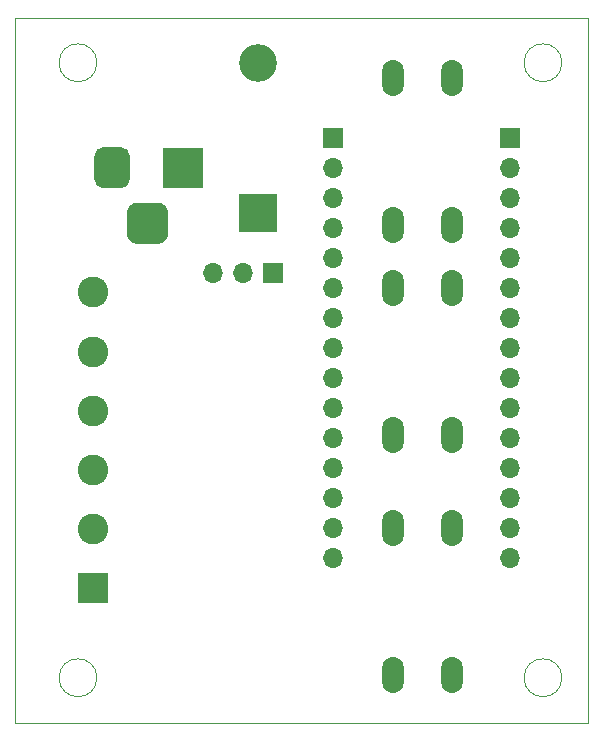
<source format=gbr>
G04 #@! TF.GenerationSoftware,KiCad,Pcbnew,5.1.9-73d0e3b20d~88~ubuntu20.04.1*
G04 #@! TF.CreationDate,2021-01-07T10:05:18+03:00*
G04 #@! TF.ProjectId,RGBschildSOT223,52474273-6368-4696-9c64-534f54323233,rev?*
G04 #@! TF.SameCoordinates,Original*
G04 #@! TF.FileFunction,Soldermask,Bot*
G04 #@! TF.FilePolarity,Negative*
%FSLAX46Y46*%
G04 Gerber Fmt 4.6, Leading zero omitted, Abs format (unit mm)*
G04 Created by KiCad (PCBNEW 5.1.9-73d0e3b20d~88~ubuntu20.04.1) date 2021-01-07 10:05:18*
%MOMM*%
%LPD*%
G01*
G04 APERTURE LIST*
G04 #@! TA.AperFunction,Profile*
%ADD10C,0.100000*%
G04 #@! TD*
%ADD11O,3.200000X3.200000*%
%ADD12R,3.200000X3.200000*%
%ADD13O,1.850000X3.048000*%
%ADD14O,1.700000X1.700000*%
%ADD15R,1.700000X1.700000*%
%ADD16C,2.600000*%
%ADD17R,2.600000X2.600000*%
%ADD18R,3.500000X3.500000*%
G04 APERTURE END LIST*
D10*
X159080000Y-116840000D02*
G75*
G03*
X159080000Y-116840000I-1600000J0D01*
G01*
X119710000Y-116840000D02*
G75*
G03*
X119710000Y-116840000I-1600000J0D01*
G01*
X159080000Y-64770000D02*
G75*
G03*
X159080000Y-64770000I-1600000J0D01*
G01*
X119710000Y-64770000D02*
G75*
G03*
X119710000Y-64770000I-1600000J0D01*
G01*
X112776000Y-60960000D02*
X161290000Y-60960000D01*
X112776000Y-60960000D02*
X112776000Y-120650000D01*
X161290000Y-120650000D02*
X161290000Y-60960000D01*
X112776000Y-120650000D02*
X161290000Y-120650000D01*
D11*
G04 #@! TO.C,D1*
X133350000Y-64770000D03*
D12*
X133350000Y-77470000D03*
G04 #@! TD*
D13*
G04 #@! TO.C,SW3->D6*
X149780000Y-104140000D03*
X144780000Y-104140000D03*
X149780000Y-116640000D03*
X144780000Y-116640000D03*
G04 #@! TD*
D14*
G04 #@! TO.C,P2*
X154686000Y-106680000D03*
X154686000Y-104140000D03*
X154686000Y-101600000D03*
X154686000Y-99060000D03*
X154686000Y-96520000D03*
X154686000Y-93980000D03*
X154686000Y-91440000D03*
X154686000Y-88900000D03*
X154686000Y-86360000D03*
X154686000Y-83820000D03*
X154686000Y-81280000D03*
X154686000Y-78740000D03*
X154686000Y-76200000D03*
X154686000Y-73660000D03*
D15*
X154686000Y-71120000D03*
G04 #@! TD*
D13*
G04 #@! TO.C,SW2->D5*
X149780000Y-83820000D03*
X144780000Y-83820000D03*
X149780000Y-96320000D03*
X144780000Y-96320000D03*
G04 #@! TD*
G04 #@! TO.C,SW1->D4*
X149780000Y-66040000D03*
X144780000Y-66040000D03*
X149780000Y-78540000D03*
X144780000Y-78540000D03*
G04 #@! TD*
D14*
G04 #@! TO.C,P1*
X139700000Y-106680000D03*
X139700000Y-104140000D03*
X139700000Y-101600000D03*
X139700000Y-99060000D03*
X139700000Y-96520000D03*
X139700000Y-93980000D03*
X139700000Y-91440000D03*
X139700000Y-88900000D03*
X139700000Y-86360000D03*
X139700000Y-83820000D03*
X139700000Y-81280000D03*
X139700000Y-78740000D03*
X139700000Y-76200000D03*
X139700000Y-73660000D03*
D15*
X139700000Y-71120000D03*
G04 #@! TD*
D16*
G04 #@! TO.C,J3*
X119380000Y-84220000D03*
X119380000Y-89220000D03*
X119380000Y-94220000D03*
X119380000Y-99220000D03*
X119380000Y-104220000D03*
D17*
X119380000Y-109220000D03*
G04 #@! TD*
G04 #@! TO.C,J2*
G36*
G01*
X122250000Y-79235000D02*
X122250000Y-77485000D01*
G75*
G02*
X123125000Y-76610000I875000J0D01*
G01*
X124875000Y-76610000D01*
G75*
G02*
X125750000Y-77485000I0J-875000D01*
G01*
X125750000Y-79235000D01*
G75*
G02*
X124875000Y-80110000I-875000J0D01*
G01*
X123125000Y-80110000D01*
G75*
G02*
X122250000Y-79235000I0J875000D01*
G01*
G37*
G36*
G01*
X119500000Y-74660000D02*
X119500000Y-72660000D01*
G75*
G02*
X120250000Y-71910000I750000J0D01*
G01*
X121750000Y-71910000D01*
G75*
G02*
X122500000Y-72660000I0J-750000D01*
G01*
X122500000Y-74660000D01*
G75*
G02*
X121750000Y-75410000I-750000J0D01*
G01*
X120250000Y-75410000D01*
G75*
G02*
X119500000Y-74660000I0J750000D01*
G01*
G37*
D18*
X127000000Y-73660000D03*
G04 #@! TD*
D14*
G04 #@! TO.C,J1*
X129540000Y-82550000D03*
X132080000Y-82550000D03*
D15*
X134620000Y-82550000D03*
G04 #@! TD*
M02*

</source>
